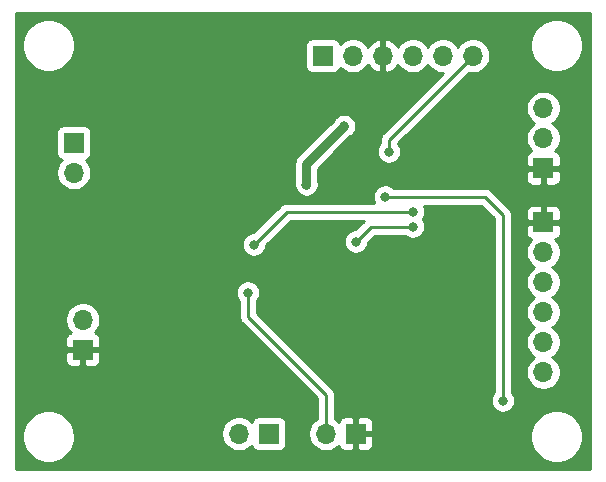
<source format=gbl>
G04 #@! TF.GenerationSoftware,KiCad,Pcbnew,5.1.9+dfsg1-1*
G04 #@! TF.CreationDate,2022-01-28T20:29:42-05:00*
G04 #@! TF.ProjectId,simplePWM,73696d70-6c65-4505-974d-2e6b69636164,rev?*
G04 #@! TF.SameCoordinates,Original*
G04 #@! TF.FileFunction,Copper,L2,Bot*
G04 #@! TF.FilePolarity,Positive*
%FSLAX46Y46*%
G04 Gerber Fmt 4.6, Leading zero omitted, Abs format (unit mm)*
G04 Created by KiCad (PCBNEW 5.1.9+dfsg1-1) date 2022-01-28 20:29:42*
%MOMM*%
%LPD*%
G01*
G04 APERTURE LIST*
G04 #@! TA.AperFunction,ComponentPad*
%ADD10O,1.700000X1.700000*%
G04 #@! TD*
G04 #@! TA.AperFunction,ComponentPad*
%ADD11R,1.700000X1.700000*%
G04 #@! TD*
G04 #@! TA.AperFunction,ViaPad*
%ADD12C,0.800000*%
G04 #@! TD*
G04 #@! TA.AperFunction,Conductor*
%ADD13C,0.750000*%
G04 #@! TD*
G04 #@! TA.AperFunction,Conductor*
%ADD14C,0.250000*%
G04 #@! TD*
G04 #@! TA.AperFunction,Conductor*
%ADD15C,0.254000*%
G04 #@! TD*
G04 #@! TA.AperFunction,Conductor*
%ADD16C,0.100000*%
G04 #@! TD*
G04 APERTURE END LIST*
D10*
X126746000Y-103632000D03*
D11*
X126746000Y-106172000D03*
D10*
X147320000Y-113284000D03*
D11*
X149860000Y-113284000D03*
D10*
X139954000Y-113284000D03*
D11*
X142494000Y-113284000D03*
D10*
X165735000Y-108077000D03*
X165735000Y-105537000D03*
X165735000Y-102997000D03*
X165735000Y-100457000D03*
X165735000Y-97917000D03*
D11*
X165735000Y-95377000D03*
D10*
X159766000Y-81280000D03*
X157226000Y-81280000D03*
X154686000Y-81280000D03*
X152146000Y-81280000D03*
X149606000Y-81280000D03*
D11*
X147066000Y-81280000D03*
D10*
X125984000Y-91186000D03*
D11*
X125984000Y-88646000D03*
D10*
X165735000Y-85725000D03*
X165735000Y-88265000D03*
D11*
X165735000Y-90805000D03*
D12*
X159766000Y-88392000D03*
X156464000Y-87122000D03*
X154686000Y-88138000D03*
X151892000Y-101854000D03*
X150114000Y-103124000D03*
X149860000Y-109728000D03*
X140716000Y-86106000D03*
X140716000Y-87376000D03*
X140716000Y-88646000D03*
X139446000Y-89916000D03*
X142494000Y-92710000D03*
X148844000Y-87249000D03*
X145669000Y-92202000D03*
X154686000Y-94488000D03*
X141224000Y-97282000D03*
X152654000Y-89408000D03*
X162306000Y-110490000D03*
X152335979Y-93218000D03*
X154686000Y-95758000D03*
X149860000Y-97028000D03*
X140716000Y-101346000D03*
D13*
X148844000Y-87249000D02*
X145669000Y-90424000D01*
X145669000Y-90424000D02*
X145669000Y-92202000D01*
D14*
X144018000Y-94488000D02*
X145796000Y-94488000D01*
X141224000Y-97282000D02*
X144018000Y-94488000D01*
X145796000Y-94488000D02*
X145542000Y-94488000D01*
X154686000Y-94488000D02*
X145796000Y-94488000D01*
X152654000Y-88392000D02*
X152654000Y-89408000D01*
X159766000Y-81280000D02*
X152654000Y-88392000D01*
X162306000Y-110490000D02*
X162306000Y-95504000D01*
X162306000Y-95504000D02*
X162306000Y-95250000D01*
X162306000Y-95250000D02*
X162306000Y-94742000D01*
X160782000Y-93218000D02*
X152335979Y-93218000D01*
X162306000Y-94742000D02*
X160782000Y-93218000D01*
X154686000Y-95758000D02*
X151130000Y-95758000D01*
X151130000Y-95758000D02*
X149860000Y-97028000D01*
X147320000Y-109982000D02*
X147320000Y-113284000D01*
X140716000Y-103378000D02*
X147320000Y-109982000D01*
X140716000Y-101346000D02*
X140716000Y-103378000D01*
D15*
X169711001Y-116277000D02*
X121081000Y-116277000D01*
X121081000Y-113317872D01*
X121590000Y-113317872D01*
X121590000Y-113758128D01*
X121675890Y-114189925D01*
X121844369Y-114596669D01*
X122088962Y-114962729D01*
X122400271Y-115274038D01*
X122766331Y-115518631D01*
X123173075Y-115687110D01*
X123604872Y-115773000D01*
X124045128Y-115773000D01*
X124476925Y-115687110D01*
X124883669Y-115518631D01*
X125249729Y-115274038D01*
X125561038Y-114962729D01*
X125805631Y-114596669D01*
X125974110Y-114189925D01*
X126060000Y-113758128D01*
X126060000Y-113317872D01*
X126024170Y-113137740D01*
X138469000Y-113137740D01*
X138469000Y-113430260D01*
X138526068Y-113717158D01*
X138638010Y-113987411D01*
X138800525Y-114230632D01*
X139007368Y-114437475D01*
X139250589Y-114599990D01*
X139520842Y-114711932D01*
X139807740Y-114769000D01*
X140100260Y-114769000D01*
X140387158Y-114711932D01*
X140657411Y-114599990D01*
X140900632Y-114437475D01*
X141032487Y-114305620D01*
X141054498Y-114378180D01*
X141113463Y-114488494D01*
X141192815Y-114585185D01*
X141289506Y-114664537D01*
X141399820Y-114723502D01*
X141519518Y-114759812D01*
X141644000Y-114772072D01*
X143344000Y-114772072D01*
X143468482Y-114759812D01*
X143588180Y-114723502D01*
X143698494Y-114664537D01*
X143795185Y-114585185D01*
X143874537Y-114488494D01*
X143933502Y-114378180D01*
X143969812Y-114258482D01*
X143982072Y-114134000D01*
X143982072Y-112434000D01*
X143969812Y-112309518D01*
X143933502Y-112189820D01*
X143874537Y-112079506D01*
X143795185Y-111982815D01*
X143698494Y-111903463D01*
X143588180Y-111844498D01*
X143468482Y-111808188D01*
X143344000Y-111795928D01*
X141644000Y-111795928D01*
X141519518Y-111808188D01*
X141399820Y-111844498D01*
X141289506Y-111903463D01*
X141192815Y-111982815D01*
X141113463Y-112079506D01*
X141054498Y-112189820D01*
X141032487Y-112262380D01*
X140900632Y-112130525D01*
X140657411Y-111968010D01*
X140387158Y-111856068D01*
X140100260Y-111799000D01*
X139807740Y-111799000D01*
X139520842Y-111856068D01*
X139250589Y-111968010D01*
X139007368Y-112130525D01*
X138800525Y-112337368D01*
X138638010Y-112580589D01*
X138526068Y-112850842D01*
X138469000Y-113137740D01*
X126024170Y-113137740D01*
X125974110Y-112886075D01*
X125805631Y-112479331D01*
X125561038Y-112113271D01*
X125249729Y-111801962D01*
X124883669Y-111557369D01*
X124476925Y-111388890D01*
X124045128Y-111303000D01*
X123604872Y-111303000D01*
X123173075Y-111388890D01*
X122766331Y-111557369D01*
X122400271Y-111801962D01*
X122088962Y-112113271D01*
X121844369Y-112479331D01*
X121675890Y-112886075D01*
X121590000Y-113317872D01*
X121081000Y-113317872D01*
X121081000Y-107022000D01*
X125257928Y-107022000D01*
X125270188Y-107146482D01*
X125306498Y-107266180D01*
X125365463Y-107376494D01*
X125444815Y-107473185D01*
X125541506Y-107552537D01*
X125651820Y-107611502D01*
X125771518Y-107647812D01*
X125896000Y-107660072D01*
X126460250Y-107657000D01*
X126619000Y-107498250D01*
X126619000Y-106299000D01*
X126873000Y-106299000D01*
X126873000Y-107498250D01*
X127031750Y-107657000D01*
X127596000Y-107660072D01*
X127720482Y-107647812D01*
X127840180Y-107611502D01*
X127950494Y-107552537D01*
X128047185Y-107473185D01*
X128126537Y-107376494D01*
X128185502Y-107266180D01*
X128221812Y-107146482D01*
X128234072Y-107022000D01*
X128231000Y-106457750D01*
X128072250Y-106299000D01*
X126873000Y-106299000D01*
X126619000Y-106299000D01*
X125419750Y-106299000D01*
X125261000Y-106457750D01*
X125257928Y-107022000D01*
X121081000Y-107022000D01*
X121081000Y-105322000D01*
X125257928Y-105322000D01*
X125261000Y-105886250D01*
X125419750Y-106045000D01*
X126619000Y-106045000D01*
X126619000Y-106025000D01*
X126873000Y-106025000D01*
X126873000Y-106045000D01*
X128072250Y-106045000D01*
X128231000Y-105886250D01*
X128234072Y-105322000D01*
X128221812Y-105197518D01*
X128185502Y-105077820D01*
X128126537Y-104967506D01*
X128047185Y-104870815D01*
X127950494Y-104791463D01*
X127840180Y-104732498D01*
X127767620Y-104710487D01*
X127899475Y-104578632D01*
X128061990Y-104335411D01*
X128173932Y-104065158D01*
X128231000Y-103778260D01*
X128231000Y-103485740D01*
X128173932Y-103198842D01*
X128061990Y-102928589D01*
X127899475Y-102685368D01*
X127692632Y-102478525D01*
X127449411Y-102316010D01*
X127179158Y-102204068D01*
X126892260Y-102147000D01*
X126599740Y-102147000D01*
X126312842Y-102204068D01*
X126042589Y-102316010D01*
X125799368Y-102478525D01*
X125592525Y-102685368D01*
X125430010Y-102928589D01*
X125318068Y-103198842D01*
X125261000Y-103485740D01*
X125261000Y-103778260D01*
X125318068Y-104065158D01*
X125430010Y-104335411D01*
X125592525Y-104578632D01*
X125724380Y-104710487D01*
X125651820Y-104732498D01*
X125541506Y-104791463D01*
X125444815Y-104870815D01*
X125365463Y-104967506D01*
X125306498Y-105077820D01*
X125270188Y-105197518D01*
X125257928Y-105322000D01*
X121081000Y-105322000D01*
X121081000Y-101244061D01*
X139681000Y-101244061D01*
X139681000Y-101447939D01*
X139720774Y-101647898D01*
X139798795Y-101836256D01*
X139912063Y-102005774D01*
X139956000Y-102049711D01*
X139956001Y-103340668D01*
X139952324Y-103378000D01*
X139966998Y-103526985D01*
X140010454Y-103670246D01*
X140081026Y-103802276D01*
X140152201Y-103889002D01*
X140176000Y-103918001D01*
X140204998Y-103941799D01*
X146560000Y-110296802D01*
X146560001Y-112005821D01*
X146373368Y-112130525D01*
X146166525Y-112337368D01*
X146004010Y-112580589D01*
X145892068Y-112850842D01*
X145835000Y-113137740D01*
X145835000Y-113430260D01*
X145892068Y-113717158D01*
X146004010Y-113987411D01*
X146166525Y-114230632D01*
X146373368Y-114437475D01*
X146616589Y-114599990D01*
X146886842Y-114711932D01*
X147173740Y-114769000D01*
X147466260Y-114769000D01*
X147753158Y-114711932D01*
X148023411Y-114599990D01*
X148266632Y-114437475D01*
X148398487Y-114305620D01*
X148420498Y-114378180D01*
X148479463Y-114488494D01*
X148558815Y-114585185D01*
X148655506Y-114664537D01*
X148765820Y-114723502D01*
X148885518Y-114759812D01*
X149010000Y-114772072D01*
X149574250Y-114769000D01*
X149733000Y-114610250D01*
X149733000Y-113411000D01*
X149987000Y-113411000D01*
X149987000Y-114610250D01*
X150145750Y-114769000D01*
X150710000Y-114772072D01*
X150834482Y-114759812D01*
X150954180Y-114723502D01*
X151064494Y-114664537D01*
X151161185Y-114585185D01*
X151240537Y-114488494D01*
X151299502Y-114378180D01*
X151335812Y-114258482D01*
X151348072Y-114134000D01*
X151345000Y-113569750D01*
X151186250Y-113411000D01*
X149987000Y-113411000D01*
X149733000Y-113411000D01*
X149713000Y-113411000D01*
X149713000Y-113317872D01*
X164643000Y-113317872D01*
X164643000Y-113758128D01*
X164728890Y-114189925D01*
X164897369Y-114596669D01*
X165141962Y-114962729D01*
X165453271Y-115274038D01*
X165819331Y-115518631D01*
X166226075Y-115687110D01*
X166657872Y-115773000D01*
X167098128Y-115773000D01*
X167529925Y-115687110D01*
X167936669Y-115518631D01*
X168302729Y-115274038D01*
X168614038Y-114962729D01*
X168858631Y-114596669D01*
X169027110Y-114189925D01*
X169113000Y-113758128D01*
X169113000Y-113317872D01*
X169027110Y-112886075D01*
X168858631Y-112479331D01*
X168614038Y-112113271D01*
X168302729Y-111801962D01*
X167936669Y-111557369D01*
X167529925Y-111388890D01*
X167098128Y-111303000D01*
X166657872Y-111303000D01*
X166226075Y-111388890D01*
X165819331Y-111557369D01*
X165453271Y-111801962D01*
X165141962Y-112113271D01*
X164897369Y-112479331D01*
X164728890Y-112886075D01*
X164643000Y-113317872D01*
X149713000Y-113317872D01*
X149713000Y-113157000D01*
X149733000Y-113157000D01*
X149733000Y-111957750D01*
X149987000Y-111957750D01*
X149987000Y-113157000D01*
X151186250Y-113157000D01*
X151345000Y-112998250D01*
X151348072Y-112434000D01*
X151335812Y-112309518D01*
X151299502Y-112189820D01*
X151240537Y-112079506D01*
X151161185Y-111982815D01*
X151064494Y-111903463D01*
X150954180Y-111844498D01*
X150834482Y-111808188D01*
X150710000Y-111795928D01*
X150145750Y-111799000D01*
X149987000Y-111957750D01*
X149733000Y-111957750D01*
X149574250Y-111799000D01*
X149010000Y-111795928D01*
X148885518Y-111808188D01*
X148765820Y-111844498D01*
X148655506Y-111903463D01*
X148558815Y-111982815D01*
X148479463Y-112079506D01*
X148420498Y-112189820D01*
X148398487Y-112262380D01*
X148266632Y-112130525D01*
X148080000Y-112005822D01*
X148080000Y-110019322D01*
X148083676Y-109981999D01*
X148080000Y-109944676D01*
X148080000Y-109944667D01*
X148069003Y-109833014D01*
X148025546Y-109689753D01*
X147954974Y-109557724D01*
X147860001Y-109441999D01*
X147831004Y-109418202D01*
X141476000Y-103063199D01*
X141476000Y-102049711D01*
X141519937Y-102005774D01*
X141633205Y-101836256D01*
X141711226Y-101647898D01*
X141751000Y-101447939D01*
X141751000Y-101244061D01*
X141711226Y-101044102D01*
X141633205Y-100855744D01*
X141519937Y-100686226D01*
X141375774Y-100542063D01*
X141206256Y-100428795D01*
X141017898Y-100350774D01*
X140817939Y-100311000D01*
X140614061Y-100311000D01*
X140414102Y-100350774D01*
X140225744Y-100428795D01*
X140056226Y-100542063D01*
X139912063Y-100686226D01*
X139798795Y-100855744D01*
X139720774Y-101044102D01*
X139681000Y-101244061D01*
X121081000Y-101244061D01*
X121081000Y-97180061D01*
X140189000Y-97180061D01*
X140189000Y-97383939D01*
X140228774Y-97583898D01*
X140306795Y-97772256D01*
X140420063Y-97941774D01*
X140564226Y-98085937D01*
X140733744Y-98199205D01*
X140922102Y-98277226D01*
X141122061Y-98317000D01*
X141325939Y-98317000D01*
X141525898Y-98277226D01*
X141714256Y-98199205D01*
X141883774Y-98085937D01*
X142027937Y-97941774D01*
X142141205Y-97772256D01*
X142219226Y-97583898D01*
X142259000Y-97383939D01*
X142259000Y-97321801D01*
X144332802Y-95248000D01*
X150565198Y-95248000D01*
X149820199Y-95993000D01*
X149758061Y-95993000D01*
X149558102Y-96032774D01*
X149369744Y-96110795D01*
X149200226Y-96224063D01*
X149056063Y-96368226D01*
X148942795Y-96537744D01*
X148864774Y-96726102D01*
X148825000Y-96926061D01*
X148825000Y-97129939D01*
X148864774Y-97329898D01*
X148942795Y-97518256D01*
X149056063Y-97687774D01*
X149200226Y-97831937D01*
X149369744Y-97945205D01*
X149558102Y-98023226D01*
X149758061Y-98063000D01*
X149961939Y-98063000D01*
X150161898Y-98023226D01*
X150350256Y-97945205D01*
X150519774Y-97831937D01*
X150663937Y-97687774D01*
X150777205Y-97518256D01*
X150855226Y-97329898D01*
X150895000Y-97129939D01*
X150895000Y-97067801D01*
X151444802Y-96518000D01*
X153982289Y-96518000D01*
X154026226Y-96561937D01*
X154195744Y-96675205D01*
X154384102Y-96753226D01*
X154584061Y-96793000D01*
X154787939Y-96793000D01*
X154987898Y-96753226D01*
X155176256Y-96675205D01*
X155345774Y-96561937D01*
X155489937Y-96417774D01*
X155603205Y-96248256D01*
X155681226Y-96059898D01*
X155721000Y-95859939D01*
X155721000Y-95656061D01*
X155681226Y-95456102D01*
X155603205Y-95267744D01*
X155506490Y-95123000D01*
X155603205Y-94978256D01*
X155681226Y-94789898D01*
X155721000Y-94589939D01*
X155721000Y-94386061D01*
X155681226Y-94186102D01*
X155603205Y-93997744D01*
X155590013Y-93978000D01*
X160467199Y-93978000D01*
X161546000Y-95056803D01*
X161546000Y-95541332D01*
X161546001Y-95541342D01*
X161546000Y-109786289D01*
X161502063Y-109830226D01*
X161388795Y-109999744D01*
X161310774Y-110188102D01*
X161271000Y-110388061D01*
X161271000Y-110591939D01*
X161310774Y-110791898D01*
X161388795Y-110980256D01*
X161502063Y-111149774D01*
X161646226Y-111293937D01*
X161815744Y-111407205D01*
X162004102Y-111485226D01*
X162204061Y-111525000D01*
X162407939Y-111525000D01*
X162607898Y-111485226D01*
X162796256Y-111407205D01*
X162965774Y-111293937D01*
X163109937Y-111149774D01*
X163223205Y-110980256D01*
X163301226Y-110791898D01*
X163341000Y-110591939D01*
X163341000Y-110388061D01*
X163301226Y-110188102D01*
X163223205Y-109999744D01*
X163109937Y-109830226D01*
X163066000Y-109786289D01*
X163066000Y-96227000D01*
X164246928Y-96227000D01*
X164259188Y-96351482D01*
X164295498Y-96471180D01*
X164354463Y-96581494D01*
X164433815Y-96678185D01*
X164530506Y-96757537D01*
X164640820Y-96816502D01*
X164713380Y-96838513D01*
X164581525Y-96970368D01*
X164419010Y-97213589D01*
X164307068Y-97483842D01*
X164250000Y-97770740D01*
X164250000Y-98063260D01*
X164307068Y-98350158D01*
X164419010Y-98620411D01*
X164581525Y-98863632D01*
X164788368Y-99070475D01*
X164962760Y-99187000D01*
X164788368Y-99303525D01*
X164581525Y-99510368D01*
X164419010Y-99753589D01*
X164307068Y-100023842D01*
X164250000Y-100310740D01*
X164250000Y-100603260D01*
X164307068Y-100890158D01*
X164419010Y-101160411D01*
X164581525Y-101403632D01*
X164788368Y-101610475D01*
X164962760Y-101727000D01*
X164788368Y-101843525D01*
X164581525Y-102050368D01*
X164419010Y-102293589D01*
X164307068Y-102563842D01*
X164250000Y-102850740D01*
X164250000Y-103143260D01*
X164307068Y-103430158D01*
X164419010Y-103700411D01*
X164581525Y-103943632D01*
X164788368Y-104150475D01*
X164962760Y-104267000D01*
X164788368Y-104383525D01*
X164581525Y-104590368D01*
X164419010Y-104833589D01*
X164307068Y-105103842D01*
X164250000Y-105390740D01*
X164250000Y-105683260D01*
X164307068Y-105970158D01*
X164419010Y-106240411D01*
X164581525Y-106483632D01*
X164788368Y-106690475D01*
X164962760Y-106807000D01*
X164788368Y-106923525D01*
X164581525Y-107130368D01*
X164419010Y-107373589D01*
X164307068Y-107643842D01*
X164250000Y-107930740D01*
X164250000Y-108223260D01*
X164307068Y-108510158D01*
X164419010Y-108780411D01*
X164581525Y-109023632D01*
X164788368Y-109230475D01*
X165031589Y-109392990D01*
X165301842Y-109504932D01*
X165588740Y-109562000D01*
X165881260Y-109562000D01*
X166168158Y-109504932D01*
X166438411Y-109392990D01*
X166681632Y-109230475D01*
X166888475Y-109023632D01*
X167050990Y-108780411D01*
X167162932Y-108510158D01*
X167220000Y-108223260D01*
X167220000Y-107930740D01*
X167162932Y-107643842D01*
X167050990Y-107373589D01*
X166888475Y-107130368D01*
X166681632Y-106923525D01*
X166507240Y-106807000D01*
X166681632Y-106690475D01*
X166888475Y-106483632D01*
X167050990Y-106240411D01*
X167162932Y-105970158D01*
X167220000Y-105683260D01*
X167220000Y-105390740D01*
X167162932Y-105103842D01*
X167050990Y-104833589D01*
X166888475Y-104590368D01*
X166681632Y-104383525D01*
X166507240Y-104267000D01*
X166681632Y-104150475D01*
X166888475Y-103943632D01*
X167050990Y-103700411D01*
X167162932Y-103430158D01*
X167220000Y-103143260D01*
X167220000Y-102850740D01*
X167162932Y-102563842D01*
X167050990Y-102293589D01*
X166888475Y-102050368D01*
X166681632Y-101843525D01*
X166507240Y-101727000D01*
X166681632Y-101610475D01*
X166888475Y-101403632D01*
X167050990Y-101160411D01*
X167162932Y-100890158D01*
X167220000Y-100603260D01*
X167220000Y-100310740D01*
X167162932Y-100023842D01*
X167050990Y-99753589D01*
X166888475Y-99510368D01*
X166681632Y-99303525D01*
X166507240Y-99187000D01*
X166681632Y-99070475D01*
X166888475Y-98863632D01*
X167050990Y-98620411D01*
X167162932Y-98350158D01*
X167220000Y-98063260D01*
X167220000Y-97770740D01*
X167162932Y-97483842D01*
X167050990Y-97213589D01*
X166888475Y-96970368D01*
X166756620Y-96838513D01*
X166829180Y-96816502D01*
X166939494Y-96757537D01*
X167036185Y-96678185D01*
X167115537Y-96581494D01*
X167174502Y-96471180D01*
X167210812Y-96351482D01*
X167223072Y-96227000D01*
X167220000Y-95662750D01*
X167061250Y-95504000D01*
X165862000Y-95504000D01*
X165862000Y-95524000D01*
X165608000Y-95524000D01*
X165608000Y-95504000D01*
X164408750Y-95504000D01*
X164250000Y-95662750D01*
X164246928Y-96227000D01*
X163066000Y-96227000D01*
X163066000Y-94779322D01*
X163069676Y-94741999D01*
X163066000Y-94704676D01*
X163066000Y-94704667D01*
X163055003Y-94593014D01*
X163034979Y-94527000D01*
X164246928Y-94527000D01*
X164250000Y-95091250D01*
X164408750Y-95250000D01*
X165608000Y-95250000D01*
X165608000Y-94050750D01*
X165862000Y-94050750D01*
X165862000Y-95250000D01*
X167061250Y-95250000D01*
X167220000Y-95091250D01*
X167223072Y-94527000D01*
X167210812Y-94402518D01*
X167174502Y-94282820D01*
X167115537Y-94172506D01*
X167036185Y-94075815D01*
X166939494Y-93996463D01*
X166829180Y-93937498D01*
X166709482Y-93901188D01*
X166585000Y-93888928D01*
X166020750Y-93892000D01*
X165862000Y-94050750D01*
X165608000Y-94050750D01*
X165449250Y-93892000D01*
X164885000Y-93888928D01*
X164760518Y-93901188D01*
X164640820Y-93937498D01*
X164530506Y-93996463D01*
X164433815Y-94075815D01*
X164354463Y-94172506D01*
X164295498Y-94282820D01*
X164259188Y-94402518D01*
X164246928Y-94527000D01*
X163034979Y-94527000D01*
X163011546Y-94449753D01*
X162940974Y-94317724D01*
X162912329Y-94282820D01*
X162869799Y-94230996D01*
X162869795Y-94230992D01*
X162846001Y-94201999D01*
X162817008Y-94178205D01*
X161345803Y-92707002D01*
X161322001Y-92677999D01*
X161206276Y-92583026D01*
X161074247Y-92512454D01*
X160930986Y-92468997D01*
X160819333Y-92458000D01*
X160819322Y-92458000D01*
X160782000Y-92454324D01*
X160744678Y-92458000D01*
X153039690Y-92458000D01*
X152995753Y-92414063D01*
X152826235Y-92300795D01*
X152637877Y-92222774D01*
X152437918Y-92183000D01*
X152234040Y-92183000D01*
X152034081Y-92222774D01*
X151845723Y-92300795D01*
X151676205Y-92414063D01*
X151532042Y-92558226D01*
X151418774Y-92727744D01*
X151340753Y-92916102D01*
X151300979Y-93116061D01*
X151300979Y-93319939D01*
X151340753Y-93519898D01*
X151418774Y-93708256D01*
X151431966Y-93728000D01*
X144055325Y-93728000D01*
X144018000Y-93724324D01*
X143980675Y-93728000D01*
X143980667Y-93728000D01*
X143869014Y-93738997D01*
X143725753Y-93782454D01*
X143593724Y-93853026D01*
X143477999Y-93947999D01*
X143454201Y-93976997D01*
X141184199Y-96247000D01*
X141122061Y-96247000D01*
X140922102Y-96286774D01*
X140733744Y-96364795D01*
X140564226Y-96478063D01*
X140420063Y-96622226D01*
X140306795Y-96791744D01*
X140228774Y-96980102D01*
X140189000Y-97180061D01*
X121081000Y-97180061D01*
X121081000Y-87796000D01*
X124495928Y-87796000D01*
X124495928Y-89496000D01*
X124508188Y-89620482D01*
X124544498Y-89740180D01*
X124603463Y-89850494D01*
X124682815Y-89947185D01*
X124779506Y-90026537D01*
X124889820Y-90085502D01*
X124962380Y-90107513D01*
X124830525Y-90239368D01*
X124668010Y-90482589D01*
X124556068Y-90752842D01*
X124499000Y-91039740D01*
X124499000Y-91332260D01*
X124556068Y-91619158D01*
X124668010Y-91889411D01*
X124830525Y-92132632D01*
X125037368Y-92339475D01*
X125280589Y-92501990D01*
X125550842Y-92613932D01*
X125837740Y-92671000D01*
X126130260Y-92671000D01*
X126417158Y-92613932D01*
X126687411Y-92501990D01*
X126930632Y-92339475D01*
X127137475Y-92132632D01*
X127159238Y-92100061D01*
X144634000Y-92100061D01*
X144634000Y-92303939D01*
X144673774Y-92503898D01*
X144751795Y-92692256D01*
X144865063Y-92861774D01*
X145009226Y-93005937D01*
X145178744Y-93119205D01*
X145367102Y-93197226D01*
X145567061Y-93237000D01*
X145770939Y-93237000D01*
X145970898Y-93197226D01*
X146159256Y-93119205D01*
X146328774Y-93005937D01*
X146472937Y-92861774D01*
X146586205Y-92692256D01*
X146664226Y-92503898D01*
X146704000Y-92303939D01*
X146704000Y-92100061D01*
X146679000Y-91974377D01*
X146679000Y-91655000D01*
X164246928Y-91655000D01*
X164259188Y-91779482D01*
X164295498Y-91899180D01*
X164354463Y-92009494D01*
X164433815Y-92106185D01*
X164530506Y-92185537D01*
X164640820Y-92244502D01*
X164760518Y-92280812D01*
X164885000Y-92293072D01*
X165449250Y-92290000D01*
X165608000Y-92131250D01*
X165608000Y-90932000D01*
X165862000Y-90932000D01*
X165862000Y-92131250D01*
X166020750Y-92290000D01*
X166585000Y-92293072D01*
X166709482Y-92280812D01*
X166829180Y-92244502D01*
X166939494Y-92185537D01*
X167036185Y-92106185D01*
X167115537Y-92009494D01*
X167174502Y-91899180D01*
X167210812Y-91779482D01*
X167223072Y-91655000D01*
X167220000Y-91090750D01*
X167061250Y-90932000D01*
X165862000Y-90932000D01*
X165608000Y-90932000D01*
X164408750Y-90932000D01*
X164250000Y-91090750D01*
X164246928Y-91655000D01*
X146679000Y-91655000D01*
X146679000Y-90842355D01*
X148215294Y-89306061D01*
X151619000Y-89306061D01*
X151619000Y-89509939D01*
X151658774Y-89709898D01*
X151736795Y-89898256D01*
X151850063Y-90067774D01*
X151994226Y-90211937D01*
X152163744Y-90325205D01*
X152352102Y-90403226D01*
X152552061Y-90443000D01*
X152755939Y-90443000D01*
X152955898Y-90403226D01*
X153144256Y-90325205D01*
X153313774Y-90211937D01*
X153457937Y-90067774D01*
X153533289Y-89955000D01*
X164246928Y-89955000D01*
X164250000Y-90519250D01*
X164408750Y-90678000D01*
X165608000Y-90678000D01*
X165608000Y-90658000D01*
X165862000Y-90658000D01*
X165862000Y-90678000D01*
X167061250Y-90678000D01*
X167220000Y-90519250D01*
X167223072Y-89955000D01*
X167210812Y-89830518D01*
X167174502Y-89710820D01*
X167115537Y-89600506D01*
X167036185Y-89503815D01*
X166939494Y-89424463D01*
X166829180Y-89365498D01*
X166756620Y-89343487D01*
X166888475Y-89211632D01*
X167050990Y-88968411D01*
X167162932Y-88698158D01*
X167220000Y-88411260D01*
X167220000Y-88118740D01*
X167162932Y-87831842D01*
X167050990Y-87561589D01*
X166888475Y-87318368D01*
X166681632Y-87111525D01*
X166507240Y-86995000D01*
X166681632Y-86878475D01*
X166888475Y-86671632D01*
X167050990Y-86428411D01*
X167162932Y-86158158D01*
X167220000Y-85871260D01*
X167220000Y-85578740D01*
X167162932Y-85291842D01*
X167050990Y-85021589D01*
X166888475Y-84778368D01*
X166681632Y-84571525D01*
X166438411Y-84409010D01*
X166168158Y-84297068D01*
X165881260Y-84240000D01*
X165588740Y-84240000D01*
X165301842Y-84297068D01*
X165031589Y-84409010D01*
X164788368Y-84571525D01*
X164581525Y-84778368D01*
X164419010Y-85021589D01*
X164307068Y-85291842D01*
X164250000Y-85578740D01*
X164250000Y-85871260D01*
X164307068Y-86158158D01*
X164419010Y-86428411D01*
X164581525Y-86671632D01*
X164788368Y-86878475D01*
X164962760Y-86995000D01*
X164788368Y-87111525D01*
X164581525Y-87318368D01*
X164419010Y-87561589D01*
X164307068Y-87831842D01*
X164250000Y-88118740D01*
X164250000Y-88411260D01*
X164307068Y-88698158D01*
X164419010Y-88968411D01*
X164581525Y-89211632D01*
X164713380Y-89343487D01*
X164640820Y-89365498D01*
X164530506Y-89424463D01*
X164433815Y-89503815D01*
X164354463Y-89600506D01*
X164295498Y-89710820D01*
X164259188Y-89830518D01*
X164246928Y-89955000D01*
X153533289Y-89955000D01*
X153571205Y-89898256D01*
X153649226Y-89709898D01*
X153689000Y-89509939D01*
X153689000Y-89306061D01*
X153649226Y-89106102D01*
X153571205Y-88917744D01*
X153457937Y-88748226D01*
X153415256Y-88705545D01*
X159399592Y-82721210D01*
X159619740Y-82765000D01*
X159912260Y-82765000D01*
X160199158Y-82707932D01*
X160469411Y-82595990D01*
X160712632Y-82433475D01*
X160919475Y-82226632D01*
X161081990Y-81983411D01*
X161193932Y-81713158D01*
X161251000Y-81426260D01*
X161251000Y-81133740D01*
X161193932Y-80846842D01*
X161081990Y-80576589D01*
X160919475Y-80333368D01*
X160756979Y-80170872D01*
X164643000Y-80170872D01*
X164643000Y-80611128D01*
X164728890Y-81042925D01*
X164897369Y-81449669D01*
X165141962Y-81815729D01*
X165453271Y-82127038D01*
X165819331Y-82371631D01*
X166226075Y-82540110D01*
X166657872Y-82626000D01*
X167098128Y-82626000D01*
X167529925Y-82540110D01*
X167936669Y-82371631D01*
X168302729Y-82127038D01*
X168614038Y-81815729D01*
X168858631Y-81449669D01*
X169027110Y-81042925D01*
X169113000Y-80611128D01*
X169113000Y-80170872D01*
X169027110Y-79739075D01*
X168858631Y-79332331D01*
X168614038Y-78966271D01*
X168302729Y-78654962D01*
X167936669Y-78410369D01*
X167529925Y-78241890D01*
X167098128Y-78156000D01*
X166657872Y-78156000D01*
X166226075Y-78241890D01*
X165819331Y-78410369D01*
X165453271Y-78654962D01*
X165141962Y-78966271D01*
X164897369Y-79332331D01*
X164728890Y-79739075D01*
X164643000Y-80170872D01*
X160756979Y-80170872D01*
X160712632Y-80126525D01*
X160469411Y-79964010D01*
X160199158Y-79852068D01*
X159912260Y-79795000D01*
X159619740Y-79795000D01*
X159332842Y-79852068D01*
X159062589Y-79964010D01*
X158819368Y-80126525D01*
X158612525Y-80333368D01*
X158496000Y-80507760D01*
X158379475Y-80333368D01*
X158172632Y-80126525D01*
X157929411Y-79964010D01*
X157659158Y-79852068D01*
X157372260Y-79795000D01*
X157079740Y-79795000D01*
X156792842Y-79852068D01*
X156522589Y-79964010D01*
X156279368Y-80126525D01*
X156072525Y-80333368D01*
X155956000Y-80507760D01*
X155839475Y-80333368D01*
X155632632Y-80126525D01*
X155389411Y-79964010D01*
X155119158Y-79852068D01*
X154832260Y-79795000D01*
X154539740Y-79795000D01*
X154252842Y-79852068D01*
X153982589Y-79964010D01*
X153739368Y-80126525D01*
X153532525Y-80333368D01*
X153410805Y-80515534D01*
X153341178Y-80398645D01*
X153146269Y-80182412D01*
X152912920Y-80008359D01*
X152650099Y-79883175D01*
X152502890Y-79838524D01*
X152273000Y-79959845D01*
X152273000Y-81153000D01*
X152293000Y-81153000D01*
X152293000Y-81407000D01*
X152273000Y-81407000D01*
X152273000Y-82600155D01*
X152502890Y-82721476D01*
X152650099Y-82676825D01*
X152912920Y-82551641D01*
X153146269Y-82377588D01*
X153341178Y-82161355D01*
X153410805Y-82044466D01*
X153532525Y-82226632D01*
X153739368Y-82433475D01*
X153982589Y-82595990D01*
X154252842Y-82707932D01*
X154539740Y-82765000D01*
X154832260Y-82765000D01*
X155119158Y-82707932D01*
X155389411Y-82595990D01*
X155632632Y-82433475D01*
X155839475Y-82226632D01*
X155956000Y-82052240D01*
X156072525Y-82226632D01*
X156279368Y-82433475D01*
X156522589Y-82595990D01*
X156792842Y-82707932D01*
X157079740Y-82765000D01*
X157206198Y-82765000D01*
X152143003Y-87828196D01*
X152113999Y-87851999D01*
X152058871Y-87919174D01*
X152019026Y-87967724D01*
X151948455Y-88099753D01*
X151948454Y-88099754D01*
X151904997Y-88243015D01*
X151894000Y-88354668D01*
X151894000Y-88354678D01*
X151890324Y-88392000D01*
X151894000Y-88429323D01*
X151894000Y-88704289D01*
X151850063Y-88748226D01*
X151736795Y-88917744D01*
X151658774Y-89106102D01*
X151619000Y-89306061D01*
X148215294Y-89306061D01*
X149397223Y-88124132D01*
X149503774Y-88052937D01*
X149647937Y-87908774D01*
X149761205Y-87739256D01*
X149839226Y-87550898D01*
X149879000Y-87350939D01*
X149879000Y-87147061D01*
X149839226Y-86947102D01*
X149761205Y-86758744D01*
X149647937Y-86589226D01*
X149503774Y-86445063D01*
X149334256Y-86331795D01*
X149145898Y-86253774D01*
X148945939Y-86214000D01*
X148742061Y-86214000D01*
X148542102Y-86253774D01*
X148353744Y-86331795D01*
X148184226Y-86445063D01*
X148040063Y-86589226D01*
X147968868Y-86695777D01*
X144989906Y-89674739D01*
X144951367Y-89706367D01*
X144825153Y-89860160D01*
X144733023Y-90032525D01*
X144731368Y-90035621D01*
X144673615Y-90226006D01*
X144654114Y-90424000D01*
X144659000Y-90473608D01*
X144659001Y-91974372D01*
X144634000Y-92100061D01*
X127159238Y-92100061D01*
X127299990Y-91889411D01*
X127411932Y-91619158D01*
X127469000Y-91332260D01*
X127469000Y-91039740D01*
X127411932Y-90752842D01*
X127299990Y-90482589D01*
X127137475Y-90239368D01*
X127005620Y-90107513D01*
X127078180Y-90085502D01*
X127188494Y-90026537D01*
X127285185Y-89947185D01*
X127364537Y-89850494D01*
X127423502Y-89740180D01*
X127459812Y-89620482D01*
X127472072Y-89496000D01*
X127472072Y-87796000D01*
X127459812Y-87671518D01*
X127423502Y-87551820D01*
X127364537Y-87441506D01*
X127285185Y-87344815D01*
X127188494Y-87265463D01*
X127078180Y-87206498D01*
X126958482Y-87170188D01*
X126834000Y-87157928D01*
X125134000Y-87157928D01*
X125009518Y-87170188D01*
X124889820Y-87206498D01*
X124779506Y-87265463D01*
X124682815Y-87344815D01*
X124603463Y-87441506D01*
X124544498Y-87551820D01*
X124508188Y-87671518D01*
X124495928Y-87796000D01*
X121081000Y-87796000D01*
X121081000Y-80170872D01*
X121590000Y-80170872D01*
X121590000Y-80611128D01*
X121675890Y-81042925D01*
X121844369Y-81449669D01*
X122088962Y-81815729D01*
X122400271Y-82127038D01*
X122766331Y-82371631D01*
X123173075Y-82540110D01*
X123604872Y-82626000D01*
X124045128Y-82626000D01*
X124476925Y-82540110D01*
X124883669Y-82371631D01*
X125249729Y-82127038D01*
X125561038Y-81815729D01*
X125805631Y-81449669D01*
X125974110Y-81042925D01*
X126060000Y-80611128D01*
X126060000Y-80430000D01*
X145577928Y-80430000D01*
X145577928Y-82130000D01*
X145590188Y-82254482D01*
X145626498Y-82374180D01*
X145685463Y-82484494D01*
X145764815Y-82581185D01*
X145861506Y-82660537D01*
X145971820Y-82719502D01*
X146091518Y-82755812D01*
X146216000Y-82768072D01*
X147916000Y-82768072D01*
X148040482Y-82755812D01*
X148160180Y-82719502D01*
X148270494Y-82660537D01*
X148367185Y-82581185D01*
X148446537Y-82484494D01*
X148505502Y-82374180D01*
X148527513Y-82301620D01*
X148659368Y-82433475D01*
X148902589Y-82595990D01*
X149172842Y-82707932D01*
X149459740Y-82765000D01*
X149752260Y-82765000D01*
X150039158Y-82707932D01*
X150309411Y-82595990D01*
X150552632Y-82433475D01*
X150759475Y-82226632D01*
X150881195Y-82044466D01*
X150950822Y-82161355D01*
X151145731Y-82377588D01*
X151379080Y-82551641D01*
X151641901Y-82676825D01*
X151789110Y-82721476D01*
X152019000Y-82600155D01*
X152019000Y-81407000D01*
X151999000Y-81407000D01*
X151999000Y-81153000D01*
X152019000Y-81153000D01*
X152019000Y-79959845D01*
X151789110Y-79838524D01*
X151641901Y-79883175D01*
X151379080Y-80008359D01*
X151145731Y-80182412D01*
X150950822Y-80398645D01*
X150881195Y-80515534D01*
X150759475Y-80333368D01*
X150552632Y-80126525D01*
X150309411Y-79964010D01*
X150039158Y-79852068D01*
X149752260Y-79795000D01*
X149459740Y-79795000D01*
X149172842Y-79852068D01*
X148902589Y-79964010D01*
X148659368Y-80126525D01*
X148527513Y-80258380D01*
X148505502Y-80185820D01*
X148446537Y-80075506D01*
X148367185Y-79978815D01*
X148270494Y-79899463D01*
X148160180Y-79840498D01*
X148040482Y-79804188D01*
X147916000Y-79791928D01*
X146216000Y-79791928D01*
X146091518Y-79804188D01*
X145971820Y-79840498D01*
X145861506Y-79899463D01*
X145764815Y-79978815D01*
X145685463Y-80075506D01*
X145626498Y-80185820D01*
X145590188Y-80305518D01*
X145577928Y-80430000D01*
X126060000Y-80430000D01*
X126060000Y-80170872D01*
X125974110Y-79739075D01*
X125805631Y-79332331D01*
X125561038Y-78966271D01*
X125249729Y-78654962D01*
X124883669Y-78410369D01*
X124476925Y-78241890D01*
X124045128Y-78156000D01*
X123604872Y-78156000D01*
X123173075Y-78241890D01*
X122766331Y-78410369D01*
X122400271Y-78654962D01*
X122088962Y-78966271D01*
X121844369Y-79332331D01*
X121675890Y-79739075D01*
X121590000Y-80170872D01*
X121081000Y-80170872D01*
X121081000Y-77647000D01*
X169711000Y-77647000D01*
X169711001Y-116277000D01*
G04 #@! TA.AperFunction,Conductor*
D16*
G36*
X169711001Y-116277000D02*
G01*
X121081000Y-116277000D01*
X121081000Y-113317872D01*
X121590000Y-113317872D01*
X121590000Y-113758128D01*
X121675890Y-114189925D01*
X121844369Y-114596669D01*
X122088962Y-114962729D01*
X122400271Y-115274038D01*
X122766331Y-115518631D01*
X123173075Y-115687110D01*
X123604872Y-115773000D01*
X124045128Y-115773000D01*
X124476925Y-115687110D01*
X124883669Y-115518631D01*
X125249729Y-115274038D01*
X125561038Y-114962729D01*
X125805631Y-114596669D01*
X125974110Y-114189925D01*
X126060000Y-113758128D01*
X126060000Y-113317872D01*
X126024170Y-113137740D01*
X138469000Y-113137740D01*
X138469000Y-113430260D01*
X138526068Y-113717158D01*
X138638010Y-113987411D01*
X138800525Y-114230632D01*
X139007368Y-114437475D01*
X139250589Y-114599990D01*
X139520842Y-114711932D01*
X139807740Y-114769000D01*
X140100260Y-114769000D01*
X140387158Y-114711932D01*
X140657411Y-114599990D01*
X140900632Y-114437475D01*
X141032487Y-114305620D01*
X141054498Y-114378180D01*
X141113463Y-114488494D01*
X141192815Y-114585185D01*
X141289506Y-114664537D01*
X141399820Y-114723502D01*
X141519518Y-114759812D01*
X141644000Y-114772072D01*
X143344000Y-114772072D01*
X143468482Y-114759812D01*
X143588180Y-114723502D01*
X143698494Y-114664537D01*
X143795185Y-114585185D01*
X143874537Y-114488494D01*
X143933502Y-114378180D01*
X143969812Y-114258482D01*
X143982072Y-114134000D01*
X143982072Y-112434000D01*
X143969812Y-112309518D01*
X143933502Y-112189820D01*
X143874537Y-112079506D01*
X143795185Y-111982815D01*
X143698494Y-111903463D01*
X143588180Y-111844498D01*
X143468482Y-111808188D01*
X143344000Y-111795928D01*
X141644000Y-111795928D01*
X141519518Y-111808188D01*
X141399820Y-111844498D01*
X141289506Y-111903463D01*
X141192815Y-111982815D01*
X141113463Y-112079506D01*
X141054498Y-112189820D01*
X141032487Y-112262380D01*
X140900632Y-112130525D01*
X140657411Y-111968010D01*
X140387158Y-111856068D01*
X140100260Y-111799000D01*
X139807740Y-111799000D01*
X139520842Y-111856068D01*
X139250589Y-111968010D01*
X139007368Y-112130525D01*
X138800525Y-112337368D01*
X138638010Y-112580589D01*
X138526068Y-112850842D01*
X138469000Y-113137740D01*
X126024170Y-113137740D01*
X125974110Y-112886075D01*
X125805631Y-112479331D01*
X125561038Y-112113271D01*
X125249729Y-111801962D01*
X124883669Y-111557369D01*
X124476925Y-111388890D01*
X124045128Y-111303000D01*
X123604872Y-111303000D01*
X123173075Y-111388890D01*
X122766331Y-111557369D01*
X122400271Y-111801962D01*
X122088962Y-112113271D01*
X121844369Y-112479331D01*
X121675890Y-112886075D01*
X121590000Y-113317872D01*
X121081000Y-113317872D01*
X121081000Y-107022000D01*
X125257928Y-107022000D01*
X125270188Y-107146482D01*
X125306498Y-107266180D01*
X125365463Y-107376494D01*
X125444815Y-107473185D01*
X125541506Y-107552537D01*
X125651820Y-107611502D01*
X125771518Y-107647812D01*
X125896000Y-107660072D01*
X126460250Y-107657000D01*
X126619000Y-107498250D01*
X126619000Y-106299000D01*
X126873000Y-106299000D01*
X126873000Y-107498250D01*
X127031750Y-107657000D01*
X127596000Y-107660072D01*
X127720482Y-107647812D01*
X127840180Y-107611502D01*
X127950494Y-107552537D01*
X128047185Y-107473185D01*
X128126537Y-107376494D01*
X128185502Y-107266180D01*
X128221812Y-107146482D01*
X128234072Y-107022000D01*
X128231000Y-106457750D01*
X128072250Y-106299000D01*
X126873000Y-106299000D01*
X126619000Y-106299000D01*
X125419750Y-106299000D01*
X125261000Y-106457750D01*
X125257928Y-107022000D01*
X121081000Y-107022000D01*
X121081000Y-105322000D01*
X125257928Y-105322000D01*
X125261000Y-105886250D01*
X125419750Y-106045000D01*
X126619000Y-106045000D01*
X126619000Y-106025000D01*
X126873000Y-106025000D01*
X126873000Y-106045000D01*
X128072250Y-106045000D01*
X128231000Y-105886250D01*
X128234072Y-105322000D01*
X128221812Y-105197518D01*
X128185502Y-105077820D01*
X128126537Y-104967506D01*
X128047185Y-104870815D01*
X127950494Y-104791463D01*
X127840180Y-104732498D01*
X127767620Y-104710487D01*
X127899475Y-104578632D01*
X128061990Y-104335411D01*
X128173932Y-104065158D01*
X128231000Y-103778260D01*
X128231000Y-103485740D01*
X128173932Y-103198842D01*
X128061990Y-102928589D01*
X127899475Y-102685368D01*
X127692632Y-102478525D01*
X127449411Y-102316010D01*
X127179158Y-102204068D01*
X126892260Y-102147000D01*
X126599740Y-102147000D01*
X126312842Y-102204068D01*
X126042589Y-102316010D01*
X125799368Y-102478525D01*
X125592525Y-102685368D01*
X125430010Y-102928589D01*
X125318068Y-103198842D01*
X125261000Y-103485740D01*
X125261000Y-103778260D01*
X125318068Y-104065158D01*
X125430010Y-104335411D01*
X125592525Y-104578632D01*
X125724380Y-104710487D01*
X125651820Y-104732498D01*
X125541506Y-104791463D01*
X125444815Y-104870815D01*
X125365463Y-104967506D01*
X125306498Y-105077820D01*
X125270188Y-105197518D01*
X125257928Y-105322000D01*
X121081000Y-105322000D01*
X121081000Y-101244061D01*
X139681000Y-101244061D01*
X139681000Y-101447939D01*
X139720774Y-101647898D01*
X139798795Y-101836256D01*
X139912063Y-102005774D01*
X139956000Y-102049711D01*
X139956001Y-103340668D01*
X139952324Y-103378000D01*
X139966998Y-103526985D01*
X140010454Y-103670246D01*
X140081026Y-103802276D01*
X140152201Y-103889002D01*
X140176000Y-103918001D01*
X140204998Y-103941799D01*
X146560000Y-110296802D01*
X146560001Y-112005821D01*
X146373368Y-112130525D01*
X146166525Y-112337368D01*
X146004010Y-112580589D01*
X145892068Y-112850842D01*
X145835000Y-113137740D01*
X145835000Y-113430260D01*
X145892068Y-113717158D01*
X146004010Y-113987411D01*
X146166525Y-114230632D01*
X146373368Y-114437475D01*
X146616589Y-114599990D01*
X146886842Y-114711932D01*
X147173740Y-114769000D01*
X147466260Y-114769000D01*
X147753158Y-114711932D01*
X148023411Y-114599990D01*
X148266632Y-114437475D01*
X148398487Y-114305620D01*
X148420498Y-114378180D01*
X148479463Y-114488494D01*
X148558815Y-114585185D01*
X148655506Y-114664537D01*
X148765820Y-114723502D01*
X148885518Y-114759812D01*
X149010000Y-114772072D01*
X149574250Y-114769000D01*
X149733000Y-114610250D01*
X149733000Y-113411000D01*
X149987000Y-113411000D01*
X149987000Y-114610250D01*
X150145750Y-114769000D01*
X150710000Y-114772072D01*
X150834482Y-114759812D01*
X150954180Y-114723502D01*
X151064494Y-114664537D01*
X151161185Y-114585185D01*
X151240537Y-114488494D01*
X151299502Y-114378180D01*
X151335812Y-114258482D01*
X151348072Y-114134000D01*
X151345000Y-113569750D01*
X151186250Y-113411000D01*
X149987000Y-113411000D01*
X149733000Y-113411000D01*
X149713000Y-113411000D01*
X149713000Y-113317872D01*
X164643000Y-113317872D01*
X164643000Y-113758128D01*
X164728890Y-114189925D01*
X164897369Y-114596669D01*
X165141962Y-114962729D01*
X165453271Y-115274038D01*
X165819331Y-115518631D01*
X166226075Y-115687110D01*
X166657872Y-115773000D01*
X167098128Y-115773000D01*
X167529925Y-115687110D01*
X167936669Y-115518631D01*
X168302729Y-115274038D01*
X168614038Y-114962729D01*
X168858631Y-114596669D01*
X169027110Y-114189925D01*
X169113000Y-113758128D01*
X169113000Y-113317872D01*
X169027110Y-112886075D01*
X168858631Y-112479331D01*
X168614038Y-112113271D01*
X168302729Y-111801962D01*
X167936669Y-111557369D01*
X167529925Y-111388890D01*
X167098128Y-111303000D01*
X166657872Y-111303000D01*
X166226075Y-111388890D01*
X165819331Y-111557369D01*
X165453271Y-111801962D01*
X165141962Y-112113271D01*
X164897369Y-112479331D01*
X164728890Y-112886075D01*
X164643000Y-113317872D01*
X149713000Y-113317872D01*
X149713000Y-113157000D01*
X149733000Y-113157000D01*
X149733000Y-111957750D01*
X149987000Y-111957750D01*
X149987000Y-113157000D01*
X151186250Y-113157000D01*
X151345000Y-112998250D01*
X151348072Y-112434000D01*
X151335812Y-112309518D01*
X151299502Y-112189820D01*
X151240537Y-112079506D01*
X151161185Y-111982815D01*
X151064494Y-111903463D01*
X150954180Y-111844498D01*
X150834482Y-111808188D01*
X150710000Y-111795928D01*
X150145750Y-111799000D01*
X149987000Y-111957750D01*
X149733000Y-111957750D01*
X149574250Y-111799000D01*
X149010000Y-111795928D01*
X148885518Y-111808188D01*
X148765820Y-111844498D01*
X148655506Y-111903463D01*
X148558815Y-111982815D01*
X148479463Y-112079506D01*
X148420498Y-112189820D01*
X148398487Y-112262380D01*
X148266632Y-112130525D01*
X148080000Y-112005822D01*
X148080000Y-110019322D01*
X148083676Y-109981999D01*
X148080000Y-109944676D01*
X148080000Y-109944667D01*
X148069003Y-109833014D01*
X148025546Y-109689753D01*
X147954974Y-109557724D01*
X147860001Y-109441999D01*
X147831004Y-109418202D01*
X141476000Y-103063199D01*
X141476000Y-102049711D01*
X141519937Y-102005774D01*
X141633205Y-101836256D01*
X141711226Y-101647898D01*
X141751000Y-101447939D01*
X141751000Y-101244061D01*
X141711226Y-101044102D01*
X141633205Y-100855744D01*
X141519937Y-100686226D01*
X141375774Y-100542063D01*
X141206256Y-100428795D01*
X141017898Y-100350774D01*
X140817939Y-100311000D01*
X140614061Y-100311000D01*
X140414102Y-100350774D01*
X140225744Y-100428795D01*
X140056226Y-100542063D01*
X139912063Y-100686226D01*
X139798795Y-100855744D01*
X139720774Y-101044102D01*
X139681000Y-101244061D01*
X121081000Y-101244061D01*
X121081000Y-97180061D01*
X140189000Y-97180061D01*
X140189000Y-97383939D01*
X140228774Y-97583898D01*
X140306795Y-97772256D01*
X140420063Y-97941774D01*
X140564226Y-98085937D01*
X140733744Y-98199205D01*
X140922102Y-98277226D01*
X141122061Y-98317000D01*
X141325939Y-98317000D01*
X141525898Y-98277226D01*
X141714256Y-98199205D01*
X141883774Y-98085937D01*
X142027937Y-97941774D01*
X142141205Y-97772256D01*
X142219226Y-97583898D01*
X142259000Y-97383939D01*
X142259000Y-97321801D01*
X144332802Y-95248000D01*
X150565198Y-95248000D01*
X149820199Y-95993000D01*
X149758061Y-95993000D01*
X149558102Y-96032774D01*
X149369744Y-96110795D01*
X149200226Y-96224063D01*
X149056063Y-96368226D01*
X148942795Y-96537744D01*
X148864774Y-96726102D01*
X148825000Y-96926061D01*
X148825000Y-97129939D01*
X148864774Y-97329898D01*
X148942795Y-97518256D01*
X149056063Y-97687774D01*
X149200226Y-97831937D01*
X149369744Y-97945205D01*
X149558102Y-98023226D01*
X149758061Y-98063000D01*
X149961939Y-98063000D01*
X150161898Y-98023226D01*
X150350256Y-97945205D01*
X150519774Y-97831937D01*
X150663937Y-97687774D01*
X150777205Y-97518256D01*
X150855226Y-97329898D01*
X150895000Y-97129939D01*
X150895000Y-97067801D01*
X151444802Y-96518000D01*
X153982289Y-96518000D01*
X154026226Y-96561937D01*
X154195744Y-96675205D01*
X154384102Y-96753226D01*
X154584061Y-96793000D01*
X154787939Y-96793000D01*
X154987898Y-96753226D01*
X155176256Y-96675205D01*
X155345774Y-96561937D01*
X155489937Y-96417774D01*
X155603205Y-96248256D01*
X155681226Y-96059898D01*
X155721000Y-95859939D01*
X155721000Y-95656061D01*
X155681226Y-95456102D01*
X155603205Y-95267744D01*
X155506490Y-95123000D01*
X155603205Y-94978256D01*
X155681226Y-94789898D01*
X155721000Y-94589939D01*
X155721000Y-94386061D01*
X155681226Y-94186102D01*
X155603205Y-93997744D01*
X155590013Y-93978000D01*
X160467199Y-93978000D01*
X161546000Y-95056803D01*
X161546000Y-95541332D01*
X161546001Y-95541342D01*
X161546000Y-109786289D01*
X161502063Y-109830226D01*
X161388795Y-109999744D01*
X161310774Y-110188102D01*
X161271000Y-110388061D01*
X161271000Y-110591939D01*
X161310774Y-110791898D01*
X161388795Y-110980256D01*
X161502063Y-111149774D01*
X161646226Y-111293937D01*
X161815744Y-111407205D01*
X162004102Y-111485226D01*
X162204061Y-111525000D01*
X162407939Y-111525000D01*
X162607898Y-111485226D01*
X162796256Y-111407205D01*
X162965774Y-111293937D01*
X163109937Y-111149774D01*
X163223205Y-110980256D01*
X163301226Y-110791898D01*
X163341000Y-110591939D01*
X163341000Y-110388061D01*
X163301226Y-110188102D01*
X163223205Y-109999744D01*
X163109937Y-109830226D01*
X163066000Y-109786289D01*
X163066000Y-96227000D01*
X164246928Y-96227000D01*
X164259188Y-96351482D01*
X164295498Y-96471180D01*
X164354463Y-96581494D01*
X164433815Y-96678185D01*
X164530506Y-96757537D01*
X164640820Y-96816502D01*
X164713380Y-96838513D01*
X164581525Y-96970368D01*
X164419010Y-97213589D01*
X164307068Y-97483842D01*
X164250000Y-97770740D01*
X164250000Y-98063260D01*
X164307068Y-98350158D01*
X164419010Y-98620411D01*
X164581525Y-98863632D01*
X164788368Y-99070475D01*
X164962760Y-99187000D01*
X164788368Y-99303525D01*
X164581525Y-99510368D01*
X164419010Y-99753589D01*
X164307068Y-100023842D01*
X164250000Y-100310740D01*
X164250000Y-100603260D01*
X164307068Y-100890158D01*
X164419010Y-101160411D01*
X164581525Y-101403632D01*
X164788368Y-101610475D01*
X164962760Y-101727000D01*
X164788368Y-101843525D01*
X164581525Y-102050368D01*
X164419010Y-102293589D01*
X164307068Y-102563842D01*
X164250000Y-102850740D01*
X164250000Y-103143260D01*
X164307068Y-103430158D01*
X164419010Y-103700411D01*
X164581525Y-103943632D01*
X164788368Y-104150475D01*
X164962760Y-104267000D01*
X164788368Y-104383525D01*
X164581525Y-104590368D01*
X164419010Y-104833589D01*
X164307068Y-105103842D01*
X164250000Y-105390740D01*
X164250000Y-105683260D01*
X164307068Y-105970158D01*
X164419010Y-106240411D01*
X164581525Y-106483632D01*
X164788368Y-106690475D01*
X164962760Y-106807000D01*
X164788368Y-106923525D01*
X164581525Y-107130368D01*
X164419010Y-107373589D01*
X164307068Y-107643842D01*
X164250000Y-107930740D01*
X164250000Y-108223260D01*
X164307068Y-108510158D01*
X164419010Y-108780411D01*
X164581525Y-109023632D01*
X164788368Y-109230475D01*
X165031589Y-109392990D01*
X165301842Y-109504932D01*
X165588740Y-109562000D01*
X165881260Y-109562000D01*
X166168158Y-109504932D01*
X166438411Y-109392990D01*
X166681632Y-109230475D01*
X166888475Y-109023632D01*
X167050990Y-108780411D01*
X167162932Y-108510158D01*
X167220000Y-108223260D01*
X167220000Y-107930740D01*
X167162932Y-107643842D01*
X167050990Y-107373589D01*
X166888475Y-107130368D01*
X166681632Y-106923525D01*
X166507240Y-106807000D01*
X166681632Y-106690475D01*
X166888475Y-106483632D01*
X167050990Y-106240411D01*
X167162932Y-105970158D01*
X167220000Y-105683260D01*
X167220000Y-105390740D01*
X167162932Y-105103842D01*
X167050990Y-104833589D01*
X166888475Y-104590368D01*
X166681632Y-104383525D01*
X166507240Y-104267000D01*
X166681632Y-104150475D01*
X166888475Y-103943632D01*
X167050990Y-103700411D01*
X167162932Y-103430158D01*
X167220000Y-103143260D01*
X167220000Y-102850740D01*
X167162932Y-102563842D01*
X167050990Y-102293589D01*
X166888475Y-102050368D01*
X166681632Y-101843525D01*
X166507240Y-101727000D01*
X166681632Y-101610475D01*
X166888475Y-101403632D01*
X167050990Y-101160411D01*
X167162932Y-100890158D01*
X167220000Y-100603260D01*
X167220000Y-100310740D01*
X167162932Y-100023842D01*
X167050990Y-99753589D01*
X166888475Y-99510368D01*
X166681632Y-99303525D01*
X166507240Y-99187000D01*
X166681632Y-99070475D01*
X166888475Y-98863632D01*
X167050990Y-98620411D01*
X167162932Y-98350158D01*
X167220000Y-98063260D01*
X167220000Y-97770740D01*
X167162932Y-97483842D01*
X167050990Y-97213589D01*
X166888475Y-96970368D01*
X166756620Y-96838513D01*
X166829180Y-96816502D01*
X166939494Y-96757537D01*
X167036185Y-96678185D01*
X167115537Y-96581494D01*
X167174502Y-96471180D01*
X167210812Y-96351482D01*
X167223072Y-96227000D01*
X167220000Y-95662750D01*
X167061250Y-95504000D01*
X165862000Y-95504000D01*
X165862000Y-95524000D01*
X165608000Y-95524000D01*
X165608000Y-95504000D01*
X164408750Y-95504000D01*
X164250000Y-95662750D01*
X164246928Y-96227000D01*
X163066000Y-96227000D01*
X163066000Y-94779322D01*
X163069676Y-94741999D01*
X163066000Y-94704676D01*
X163066000Y-94704667D01*
X163055003Y-94593014D01*
X163034979Y-94527000D01*
X164246928Y-94527000D01*
X164250000Y-95091250D01*
X164408750Y-95250000D01*
X165608000Y-95250000D01*
X165608000Y-94050750D01*
X165862000Y-94050750D01*
X165862000Y-95250000D01*
X167061250Y-95250000D01*
X167220000Y-95091250D01*
X167223072Y-94527000D01*
X167210812Y-94402518D01*
X167174502Y-94282820D01*
X167115537Y-94172506D01*
X167036185Y-94075815D01*
X166939494Y-93996463D01*
X166829180Y-93937498D01*
X166709482Y-93901188D01*
X166585000Y-93888928D01*
X166020750Y-93892000D01*
X165862000Y-94050750D01*
X165608000Y-94050750D01*
X165449250Y-93892000D01*
X164885000Y-93888928D01*
X164760518Y-93901188D01*
X164640820Y-93937498D01*
X164530506Y-93996463D01*
X164433815Y-94075815D01*
X164354463Y-94172506D01*
X164295498Y-94282820D01*
X164259188Y-94402518D01*
X164246928Y-94527000D01*
X163034979Y-94527000D01*
X163011546Y-94449753D01*
X162940974Y-94317724D01*
X162912329Y-94282820D01*
X162869799Y-94230996D01*
X162869795Y-94230992D01*
X162846001Y-94201999D01*
X162817008Y-94178205D01*
X161345803Y-92707002D01*
X161322001Y-92677999D01*
X161206276Y-92583026D01*
X161074247Y-92512454D01*
X160930986Y-92468997D01*
X160819333Y-92458000D01*
X160819322Y-92458000D01*
X160782000Y-92454324D01*
X160744678Y-92458000D01*
X153039690Y-92458000D01*
X152995753Y-92414063D01*
X152826235Y-92300795D01*
X152637877Y-92222774D01*
X152437918Y-92183000D01*
X152234040Y-92183000D01*
X152034081Y-92222774D01*
X151845723Y-92300795D01*
X151676205Y-92414063D01*
X151532042Y-92558226D01*
X151418774Y-92727744D01*
X151340753Y-92916102D01*
X151300979Y-93116061D01*
X151300979Y-93319939D01*
X151340753Y-93519898D01*
X151418774Y-93708256D01*
X151431966Y-93728000D01*
X144055325Y-93728000D01*
X144018000Y-93724324D01*
X143980675Y-93728000D01*
X143980667Y-93728000D01*
X143869014Y-93738997D01*
X143725753Y-93782454D01*
X143593724Y-93853026D01*
X143477999Y-93947999D01*
X143454201Y-93976997D01*
X141184199Y-96247000D01*
X141122061Y-96247000D01*
X140922102Y-96286774D01*
X140733744Y-96364795D01*
X140564226Y-96478063D01*
X140420063Y-96622226D01*
X140306795Y-96791744D01*
X140228774Y-96980102D01*
X140189000Y-97180061D01*
X121081000Y-97180061D01*
X121081000Y-87796000D01*
X124495928Y-87796000D01*
X124495928Y-89496000D01*
X124508188Y-89620482D01*
X124544498Y-89740180D01*
X124603463Y-89850494D01*
X124682815Y-89947185D01*
X124779506Y-90026537D01*
X124889820Y-90085502D01*
X124962380Y-90107513D01*
X124830525Y-90239368D01*
X124668010Y-90482589D01*
X124556068Y-90752842D01*
X124499000Y-91039740D01*
X124499000Y-91332260D01*
X124556068Y-91619158D01*
X124668010Y-91889411D01*
X124830525Y-92132632D01*
X125037368Y-92339475D01*
X125280589Y-92501990D01*
X125550842Y-92613932D01*
X125837740Y-92671000D01*
X126130260Y-92671000D01*
X126417158Y-92613932D01*
X126687411Y-92501990D01*
X126930632Y-92339475D01*
X127137475Y-92132632D01*
X127159238Y-92100061D01*
X144634000Y-92100061D01*
X144634000Y-92303939D01*
X144673774Y-92503898D01*
X144751795Y-92692256D01*
X144865063Y-92861774D01*
X145009226Y-93005937D01*
X145178744Y-93119205D01*
X145367102Y-93197226D01*
X145567061Y-93237000D01*
X145770939Y-93237000D01*
X145970898Y-93197226D01*
X146159256Y-93119205D01*
X146328774Y-93005937D01*
X146472937Y-92861774D01*
X146586205Y-92692256D01*
X146664226Y-92503898D01*
X146704000Y-92303939D01*
X146704000Y-92100061D01*
X146679000Y-91974377D01*
X146679000Y-91655000D01*
X164246928Y-91655000D01*
X164259188Y-91779482D01*
X164295498Y-91899180D01*
X164354463Y-92009494D01*
X164433815Y-92106185D01*
X164530506Y-92185537D01*
X164640820Y-92244502D01*
X164760518Y-92280812D01*
X164885000Y-92293072D01*
X165449250Y-92290000D01*
X165608000Y-92131250D01*
X165608000Y-90932000D01*
X165862000Y-90932000D01*
X165862000Y-92131250D01*
X166020750Y-92290000D01*
X166585000Y-92293072D01*
X166709482Y-92280812D01*
X166829180Y-92244502D01*
X166939494Y-92185537D01*
X167036185Y-92106185D01*
X167115537Y-92009494D01*
X167174502Y-91899180D01*
X167210812Y-91779482D01*
X167223072Y-91655000D01*
X167220000Y-91090750D01*
X167061250Y-90932000D01*
X165862000Y-90932000D01*
X165608000Y-90932000D01*
X164408750Y-90932000D01*
X164250000Y-91090750D01*
X164246928Y-91655000D01*
X146679000Y-91655000D01*
X146679000Y-90842355D01*
X148215294Y-89306061D01*
X151619000Y-89306061D01*
X151619000Y-89509939D01*
X151658774Y-89709898D01*
X151736795Y-89898256D01*
X151850063Y-90067774D01*
X151994226Y-90211937D01*
X152163744Y-90325205D01*
X152352102Y-90403226D01*
X152552061Y-90443000D01*
X152755939Y-90443000D01*
X152955898Y-90403226D01*
X153144256Y-90325205D01*
X153313774Y-90211937D01*
X153457937Y-90067774D01*
X153533289Y-89955000D01*
X164246928Y-89955000D01*
X164250000Y-90519250D01*
X164408750Y-90678000D01*
X165608000Y-90678000D01*
X165608000Y-90658000D01*
X165862000Y-90658000D01*
X165862000Y-90678000D01*
X167061250Y-90678000D01*
X167220000Y-90519250D01*
X167223072Y-89955000D01*
X167210812Y-89830518D01*
X167174502Y-89710820D01*
X167115537Y-89600506D01*
X167036185Y-89503815D01*
X166939494Y-89424463D01*
X166829180Y-89365498D01*
X166756620Y-89343487D01*
X166888475Y-89211632D01*
X167050990Y-88968411D01*
X167162932Y-88698158D01*
X167220000Y-88411260D01*
X167220000Y-88118740D01*
X167162932Y-87831842D01*
X167050990Y-87561589D01*
X166888475Y-87318368D01*
X166681632Y-87111525D01*
X166507240Y-86995000D01*
X166681632Y-86878475D01*
X166888475Y-86671632D01*
X167050990Y-86428411D01*
X167162932Y-86158158D01*
X167220000Y-85871260D01*
X167220000Y-85578740D01*
X167162932Y-85291842D01*
X167050990Y-85021589D01*
X166888475Y-84778368D01*
X166681632Y-84571525D01*
X166438411Y-84409010D01*
X166168158Y-84297068D01*
X165881260Y-84240000D01*
X165588740Y-84240000D01*
X165301842Y-84297068D01*
X165031589Y-84409010D01*
X164788368Y-84571525D01*
X164581525Y-84778368D01*
X164419010Y-85021589D01*
X164307068Y-85291842D01*
X164250000Y-85578740D01*
X164250000Y-85871260D01*
X164307068Y-86158158D01*
X164419010Y-86428411D01*
X164581525Y-86671632D01*
X164788368Y-86878475D01*
X164962760Y-86995000D01*
X164788368Y-87111525D01*
X164581525Y-87318368D01*
X164419010Y-87561589D01*
X164307068Y-87831842D01*
X164250000Y-88118740D01*
X164250000Y-88411260D01*
X164307068Y-88698158D01*
X164419010Y-88968411D01*
X164581525Y-89211632D01*
X164713380Y-89343487D01*
X164640820Y-89365498D01*
X164530506Y-89424463D01*
X164433815Y-89503815D01*
X164354463Y-89600506D01*
X164295498Y-89710820D01*
X164259188Y-89830518D01*
X164246928Y-89955000D01*
X153533289Y-89955000D01*
X153571205Y-89898256D01*
X153649226Y-89709898D01*
X153689000Y-89509939D01*
X153689000Y-89306061D01*
X153649226Y-89106102D01*
X153571205Y-88917744D01*
X153457937Y-88748226D01*
X153415256Y-88705545D01*
X159399592Y-82721210D01*
X159619740Y-82765000D01*
X159912260Y-82765000D01*
X160199158Y-82707932D01*
X160469411Y-82595990D01*
X160712632Y-82433475D01*
X160919475Y-82226632D01*
X161081990Y-81983411D01*
X161193932Y-81713158D01*
X161251000Y-81426260D01*
X161251000Y-81133740D01*
X161193932Y-80846842D01*
X161081990Y-80576589D01*
X160919475Y-80333368D01*
X160756979Y-80170872D01*
X164643000Y-80170872D01*
X164643000Y-80611128D01*
X164728890Y-81042925D01*
X164897369Y-81449669D01*
X165141962Y-81815729D01*
X165453271Y-82127038D01*
X165819331Y-82371631D01*
X166226075Y-82540110D01*
X166657872Y-82626000D01*
X167098128Y-82626000D01*
X167529925Y-82540110D01*
X167936669Y-82371631D01*
X168302729Y-82127038D01*
X168614038Y-81815729D01*
X168858631Y-81449669D01*
X169027110Y-81042925D01*
X169113000Y-80611128D01*
X169113000Y-80170872D01*
X169027110Y-79739075D01*
X168858631Y-79332331D01*
X168614038Y-78966271D01*
X168302729Y-78654962D01*
X167936669Y-78410369D01*
X167529925Y-78241890D01*
X167098128Y-78156000D01*
X166657872Y-78156000D01*
X166226075Y-78241890D01*
X165819331Y-78410369D01*
X165453271Y-78654962D01*
X165141962Y-78966271D01*
X164897369Y-79332331D01*
X164728890Y-79739075D01*
X164643000Y-80170872D01*
X160756979Y-80170872D01*
X160712632Y-80126525D01*
X160469411Y-79964010D01*
X160199158Y-79852068D01*
X159912260Y-79795000D01*
X159619740Y-79795000D01*
X159332842Y-79852068D01*
X159062589Y-79964010D01*
X158819368Y-80126525D01*
X158612525Y-80333368D01*
X158496000Y-80507760D01*
X158379475Y-80333368D01*
X158172632Y-80126525D01*
X157929411Y-79964010D01*
X157659158Y-79852068D01*
X157372260Y-79795000D01*
X157079740Y-79795000D01*
X156792842Y-79852068D01*
X156522589Y-79964010D01*
X156279368Y-80126525D01*
X156072525Y-80333368D01*
X155956000Y-80507760D01*
X155839475Y-80333368D01*
X155632632Y-80126525D01*
X155389411Y-79964010D01*
X155119158Y-79852068D01*
X154832260Y-79795000D01*
X154539740Y-79795000D01*
X154252842Y-79852068D01*
X153982589Y-79964010D01*
X153739368Y-80126525D01*
X153532525Y-80333368D01*
X153410805Y-80515534D01*
X153341178Y-80398645D01*
X153146269Y-80182412D01*
X152912920Y-80008359D01*
X152650099Y-79883175D01*
X152502890Y-79838524D01*
X152273000Y-79959845D01*
X152273000Y-81153000D01*
X152293000Y-81153000D01*
X152293000Y-81407000D01*
X152273000Y-81407000D01*
X152273000Y-82600155D01*
X152502890Y-82721476D01*
X152650099Y-82676825D01*
X152912920Y-82551641D01*
X153146269Y-82377588D01*
X153341178Y-82161355D01*
X153410805Y-82044466D01*
X153532525Y-82226632D01*
X153739368Y-82433475D01*
X153982589Y-82595990D01*
X154252842Y-82707932D01*
X154539740Y-82765000D01*
X154832260Y-82765000D01*
X155119158Y-82707932D01*
X155389411Y-82595990D01*
X155632632Y-82433475D01*
X155839475Y-82226632D01*
X155956000Y-82052240D01*
X156072525Y-82226632D01*
X156279368Y-82433475D01*
X156522589Y-82595990D01*
X156792842Y-82707932D01*
X157079740Y-82765000D01*
X157206198Y-82765000D01*
X152143003Y-87828196D01*
X152113999Y-87851999D01*
X152058871Y-87919174D01*
X152019026Y-87967724D01*
X151948455Y-88099753D01*
X151948454Y-88099754D01*
X151904997Y-88243015D01*
X151894000Y-88354668D01*
X151894000Y-88354678D01*
X151890324Y-88392000D01*
X151894000Y-88429323D01*
X151894000Y-88704289D01*
X151850063Y-88748226D01*
X151736795Y-88917744D01*
X151658774Y-89106102D01*
X151619000Y-89306061D01*
X148215294Y-89306061D01*
X149397223Y-88124132D01*
X149503774Y-88052937D01*
X149647937Y-87908774D01*
X149761205Y-87739256D01*
X149839226Y-87550898D01*
X149879000Y-87350939D01*
X149879000Y-87147061D01*
X149839226Y-86947102D01*
X149761205Y-86758744D01*
X149647937Y-86589226D01*
X149503774Y-86445063D01*
X149334256Y-86331795D01*
X149145898Y-86253774D01*
X148945939Y-86214000D01*
X148742061Y-86214000D01*
X148542102Y-86253774D01*
X148353744Y-86331795D01*
X148184226Y-86445063D01*
X148040063Y-86589226D01*
X147968868Y-86695777D01*
X144989906Y-89674739D01*
X144951367Y-89706367D01*
X144825153Y-89860160D01*
X144733023Y-90032525D01*
X144731368Y-90035621D01*
X144673615Y-90226006D01*
X144654114Y-90424000D01*
X144659000Y-90473608D01*
X144659001Y-91974372D01*
X144634000Y-92100061D01*
X127159238Y-92100061D01*
X127299990Y-91889411D01*
X127411932Y-91619158D01*
X127469000Y-91332260D01*
X127469000Y-91039740D01*
X127411932Y-90752842D01*
X127299990Y-90482589D01*
X127137475Y-90239368D01*
X127005620Y-90107513D01*
X127078180Y-90085502D01*
X127188494Y-90026537D01*
X127285185Y-89947185D01*
X127364537Y-89850494D01*
X127423502Y-89740180D01*
X127459812Y-89620482D01*
X127472072Y-89496000D01*
X127472072Y-87796000D01*
X127459812Y-87671518D01*
X127423502Y-87551820D01*
X127364537Y-87441506D01*
X127285185Y-87344815D01*
X127188494Y-87265463D01*
X127078180Y-87206498D01*
X126958482Y-87170188D01*
X126834000Y-87157928D01*
X125134000Y-87157928D01*
X125009518Y-87170188D01*
X124889820Y-87206498D01*
X124779506Y-87265463D01*
X124682815Y-87344815D01*
X124603463Y-87441506D01*
X124544498Y-87551820D01*
X124508188Y-87671518D01*
X124495928Y-87796000D01*
X121081000Y-87796000D01*
X121081000Y-80170872D01*
X121590000Y-80170872D01*
X121590000Y-80611128D01*
X121675890Y-81042925D01*
X121844369Y-81449669D01*
X122088962Y-81815729D01*
X122400271Y-82127038D01*
X122766331Y-82371631D01*
X123173075Y-82540110D01*
X123604872Y-82626000D01*
X124045128Y-82626000D01*
X124476925Y-82540110D01*
X124883669Y-82371631D01*
X125249729Y-82127038D01*
X125561038Y-81815729D01*
X125805631Y-81449669D01*
X125974110Y-81042925D01*
X126060000Y-80611128D01*
X126060000Y-80430000D01*
X145577928Y-80430000D01*
X145577928Y-82130000D01*
X145590188Y-82254482D01*
X145626498Y-82374180D01*
X145685463Y-82484494D01*
X145764815Y-82581185D01*
X145861506Y-82660537D01*
X145971820Y-82719502D01*
X146091518Y-82755812D01*
X146216000Y-82768072D01*
X147916000Y-82768072D01*
X148040482Y-82755812D01*
X148160180Y-82719502D01*
X148270494Y-82660537D01*
X148367185Y-82581185D01*
X148446537Y-82484494D01*
X148505502Y-82374180D01*
X148527513Y-82301620D01*
X148659368Y-82433475D01*
X148902589Y-82595990D01*
X149172842Y-82707932D01*
X149459740Y-82765000D01*
X149752260Y-82765000D01*
X150039158Y-82707932D01*
X150309411Y-82595990D01*
X150552632Y-82433475D01*
X150759475Y-82226632D01*
X150881195Y-82044466D01*
X150950822Y-82161355D01*
X151145731Y-82377588D01*
X151379080Y-82551641D01*
X151641901Y-82676825D01*
X151789110Y-82721476D01*
X152019000Y-82600155D01*
X152019000Y-81407000D01*
X151999000Y-81407000D01*
X151999000Y-81153000D01*
X152019000Y-81153000D01*
X152019000Y-79959845D01*
X151789110Y-79838524D01*
X151641901Y-79883175D01*
X151379080Y-80008359D01*
X151145731Y-80182412D01*
X150950822Y-80398645D01*
X150881195Y-80515534D01*
X150759475Y-80333368D01*
X150552632Y-80126525D01*
X150309411Y-79964010D01*
X150039158Y-79852068D01*
X149752260Y-79795000D01*
X149459740Y-79795000D01*
X149172842Y-79852068D01*
X148902589Y-79964010D01*
X148659368Y-80126525D01*
X148527513Y-80258380D01*
X148505502Y-80185820D01*
X148446537Y-80075506D01*
X148367185Y-79978815D01*
X148270494Y-79899463D01*
X148160180Y-79840498D01*
X148040482Y-79804188D01*
X147916000Y-79791928D01*
X146216000Y-79791928D01*
X146091518Y-79804188D01*
X145971820Y-79840498D01*
X145861506Y-79899463D01*
X145764815Y-79978815D01*
X145685463Y-80075506D01*
X145626498Y-80185820D01*
X145590188Y-80305518D01*
X145577928Y-80430000D01*
X126060000Y-80430000D01*
X126060000Y-80170872D01*
X125974110Y-79739075D01*
X125805631Y-79332331D01*
X125561038Y-78966271D01*
X125249729Y-78654962D01*
X124883669Y-78410369D01*
X124476925Y-78241890D01*
X124045128Y-78156000D01*
X123604872Y-78156000D01*
X123173075Y-78241890D01*
X122766331Y-78410369D01*
X122400271Y-78654962D01*
X122088962Y-78966271D01*
X121844369Y-79332331D01*
X121675890Y-79739075D01*
X121590000Y-80170872D01*
X121081000Y-80170872D01*
X121081000Y-77647000D01*
X169711000Y-77647000D01*
X169711001Y-116277000D01*
G37*
G04 #@! TD.AperFunction*
M02*

</source>
